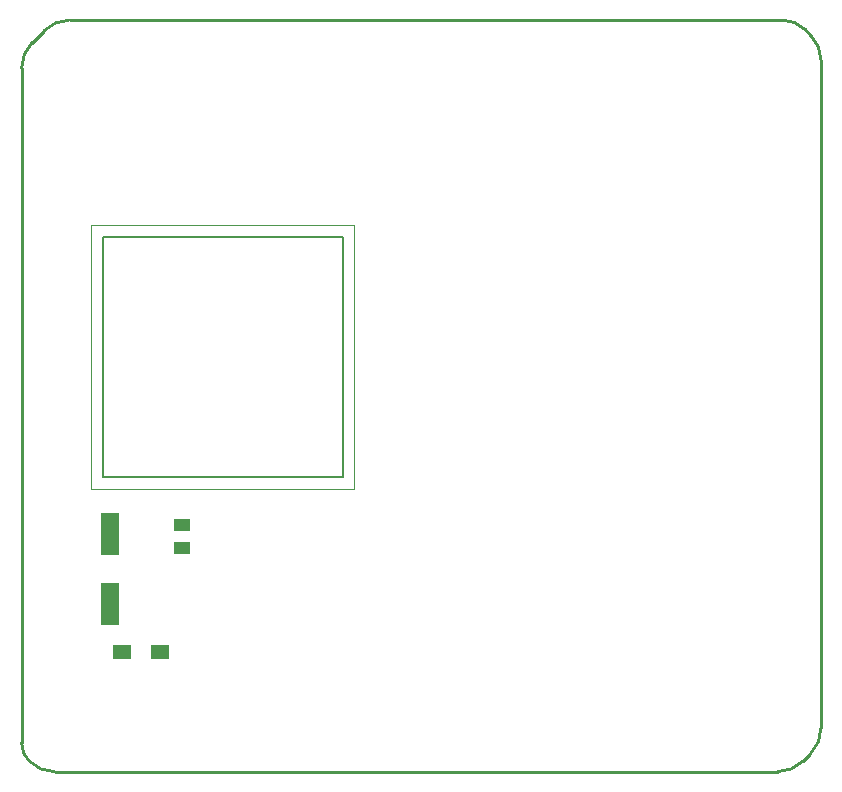
<source format=gtp>
G04 Layer_Color=8421504*
%FSLAX25Y25*%
%MOIN*%
G70*
G01*
G75*
%ADD11R,0.06299X0.04724*%
%ADD12R,0.05512X0.04331*%
G04:AMPARAMS|DCode=13|XSize=141.73mil|YSize=62.99mil|CornerRadius=7.87mil|HoleSize=0mil|Usage=FLASHONLY|Rotation=270.000|XOffset=0mil|YOffset=0mil|HoleType=Round|Shape=RoundedRectangle|*
%AMROUNDEDRECTD13*
21,1,0.14173,0.04724,0,0,270.0*
21,1,0.12598,0.06299,0,0,270.0*
1,1,0.01575,-0.02362,-0.06299*
1,1,0.01575,-0.02362,0.06299*
1,1,0.01575,0.02362,0.06299*
1,1,0.01575,0.02362,-0.06299*
%
%ADD13ROUNDEDRECTD13*%
%ADD14C,0.01000*%
%ADD15C,0.00787*%
%ADD16C,0.00394*%
D11*
X220602Y155000D02*
D03*
X208004D02*
D03*
D12*
X228000Y197374D02*
D03*
Y189500D02*
D03*
D13*
X204000Y194114D02*
D03*
Y170886D02*
D03*
D14*
X190500Y365500D02*
G03*
X181965Y361965I0J-12071D01*
G01*
X178035Y358035D02*
G03*
X174500Y349500I8535J-8535D01*
G01*
Y124485D02*
G03*
X176964Y118535I8414J0D01*
G01*
D02*
G03*
X185500Y115000I8535J8535D01*
G01*
X426500D02*
G03*
X435036Y118535I0J12071D01*
G01*
X437465Y120965D02*
G03*
X441000Y129500I-8535J8535D01*
G01*
Y352000D02*
G03*
X437465Y360536I-12071J0D01*
G01*
X435500Y362500D02*
G03*
X428257Y365500I-7243J-7243D01*
G01*
X190500D02*
X346500D01*
X178035Y358035D02*
X181965Y361965D01*
X174500Y124485D02*
Y349500D01*
X185500Y115000D02*
X426500D01*
X435036Y118535D02*
X437465Y120965D01*
X441000Y129500D02*
Y352000D01*
X435500Y362500D02*
X437465Y360536D01*
X346500Y365500D02*
X428257D01*
D15*
X201500Y213222D02*
X281500D01*
Y293222D01*
X201500D02*
X281500D01*
X201500Y213222D02*
Y293222D01*
D16*
X197563Y209285D02*
X285437D01*
Y297160D01*
X197563D02*
X285437D01*
X197563Y209285D02*
Y297160D01*
M02*

</source>
